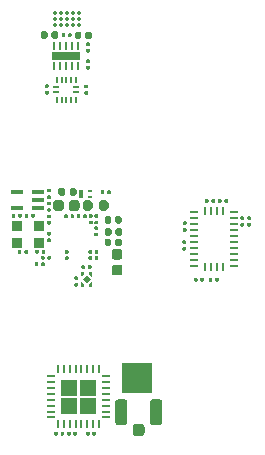
<source format=gbr>
G04 #@! TF.GenerationSoftware,KiCad,Pcbnew,(5.1.6)-1*
G04 #@! TF.CreationDate,2021-01-05T14:36:29-08:00*
G04 #@! TF.ProjectId,Miniscope-v4-Rigid-Flex,4d696e69-7363-46f7-9065-2d76342d5269,rev?*
G04 #@! TF.SameCoordinates,Original*
G04 #@! TF.FileFunction,Paste,Top*
G04 #@! TF.FilePolarity,Positive*
%FSLAX46Y46*%
G04 Gerber Fmt 4.6, Leading zero omitted, Abs format (unit mm)*
G04 Created by KiCad (PCBNEW (5.1.6)-1) date 2021-01-05 14:36:29*
%MOMM*%
%LPD*%
G01*
G04 APERTURE LIST*
%ADD10R,0.400000X0.700000*%
%ADD11R,0.400000X0.250000*%
%ADD12C,0.100000*%
%ADD13R,2.500000X2.500000*%
%ADD14R,0.680000X0.260000*%
%ADD15R,0.260000X0.680000*%
%ADD16R,1.350000X1.350000*%
%ADD17R,0.254000X0.675000*%
%ADD18R,0.675000X0.254000*%
%ADD19R,0.990000X0.340000*%
%ADD20R,0.880000X0.830000*%
%ADD21R,0.610000X0.220000*%
%ADD22R,0.220000X0.610000*%
%ADD23R,0.270000X0.640000*%
%ADD24R,2.390000X0.640000*%
%ADD25C,0.350000*%
G04 APERTURE END LIST*
D10*
X104986600Y-109767000D03*
D11*
X105686600Y-109542000D03*
X105686600Y-109992000D03*
D12*
G36*
X105631600Y-117442600D02*
G01*
X105811600Y-117262600D01*
X105881600Y-117262600D01*
X105881600Y-117662600D01*
X105631600Y-117662600D01*
X105631600Y-117442600D01*
G37*
G36*
X105231600Y-116582600D02*
G01*
X105051600Y-116762600D01*
X104981600Y-116762600D01*
X104981600Y-116362600D01*
X105231600Y-116362600D01*
X105231600Y-116582600D01*
G37*
G36*
X104981600Y-117262600D02*
G01*
X105051600Y-117262600D01*
X105231600Y-117442600D01*
X105231600Y-117662600D01*
X104981600Y-117662600D01*
X104981600Y-117262600D01*
G37*
G36*
X105881600Y-116832600D02*
G01*
X105631600Y-116582600D01*
X105631600Y-116362600D01*
X105881600Y-116362600D01*
X105881600Y-116832600D01*
G37*
G36*
X105431600Y-116673189D02*
G01*
X105771011Y-117012600D01*
X105431600Y-117352011D01*
X105092189Y-117012600D01*
X105431600Y-116673189D01*
G37*
G36*
G01*
X105836200Y-115878700D02*
X105836200Y-116063700D01*
G75*
G02*
X105758700Y-116141200I-77500J0D01*
G01*
X105603700Y-116141200D01*
G75*
G02*
X105526200Y-116063700I0J77500D01*
G01*
X105526200Y-115878700D01*
G75*
G02*
X105603700Y-115801200I77500J0D01*
G01*
X105758700Y-115801200D01*
G75*
G02*
X105836200Y-115878700I0J-77500D01*
G01*
G37*
G36*
G01*
X105286200Y-115878700D02*
X105286200Y-116063700D01*
G75*
G02*
X105208700Y-116141200I-77500J0D01*
G01*
X105053700Y-116141200D01*
G75*
G02*
X104976200Y-116063700I0J77500D01*
G01*
X104976200Y-115878700D01*
G75*
G02*
X105053700Y-115801200I77500J0D01*
G01*
X105208700Y-115801200D01*
G75*
G02*
X105286200Y-115878700I0J-77500D01*
G01*
G37*
G36*
G01*
X104635100Y-117070400D02*
X104450100Y-117070400D01*
G75*
G02*
X104372600Y-116992900I0J77500D01*
G01*
X104372600Y-116837900D01*
G75*
G02*
X104450100Y-116760400I77500J0D01*
G01*
X104635100Y-116760400D01*
G75*
G02*
X104712600Y-116837900I0J-77500D01*
G01*
X104712600Y-116992900D01*
G75*
G02*
X104635100Y-117070400I-77500J0D01*
G01*
G37*
G36*
G01*
X104635100Y-117620400D02*
X104450100Y-117620400D01*
G75*
G02*
X104372600Y-117542900I0J77500D01*
G01*
X104372600Y-117387900D01*
G75*
G02*
X104450100Y-117310400I77500J0D01*
G01*
X104635100Y-117310400D01*
G75*
G02*
X104712600Y-117387900I0J-77500D01*
G01*
X104712600Y-117542900D01*
G75*
G02*
X104635100Y-117620400I-77500J0D01*
G01*
G37*
G36*
G01*
X114811200Y-116945500D02*
X114811200Y-117130500D01*
G75*
G02*
X114733700Y-117208000I-77500J0D01*
G01*
X114578700Y-117208000D01*
G75*
G02*
X114501200Y-117130500I0J77500D01*
G01*
X114501200Y-116945500D01*
G75*
G02*
X114578700Y-116868000I77500J0D01*
G01*
X114733700Y-116868000D01*
G75*
G02*
X114811200Y-116945500I0J-77500D01*
G01*
G37*
G36*
G01*
X115361200Y-116945500D02*
X115361200Y-117130500D01*
G75*
G02*
X115283700Y-117208000I-77500J0D01*
G01*
X115128700Y-117208000D01*
G75*
G02*
X115051200Y-117130500I0J77500D01*
G01*
X115051200Y-116945500D01*
G75*
G02*
X115128700Y-116868000I77500J0D01*
G01*
X115283700Y-116868000D01*
G75*
G02*
X115361200Y-116945500I0J-77500D01*
G01*
G37*
G36*
G01*
X116295800Y-117130500D02*
X116295800Y-116945500D01*
G75*
G02*
X116373300Y-116868000I77500J0D01*
G01*
X116528300Y-116868000D01*
G75*
G02*
X116605800Y-116945500I0J-77500D01*
G01*
X116605800Y-117130500D01*
G75*
G02*
X116528300Y-117208000I-77500J0D01*
G01*
X116373300Y-117208000D01*
G75*
G02*
X116295800Y-117130500I0J77500D01*
G01*
G37*
G36*
G01*
X115745800Y-117130500D02*
X115745800Y-116945500D01*
G75*
G02*
X115823300Y-116868000I77500J0D01*
G01*
X115978300Y-116868000D01*
G75*
G02*
X116055800Y-116945500I0J-77500D01*
G01*
X116055800Y-117130500D01*
G75*
G02*
X115978300Y-117208000I-77500J0D01*
G01*
X115823300Y-117208000D01*
G75*
G02*
X115745800Y-117130500I0J77500D01*
G01*
G37*
G36*
G01*
X102668600Y-130149900D02*
X102668600Y-129964900D01*
G75*
G02*
X102746100Y-129887400I77500J0D01*
G01*
X102901100Y-129887400D01*
G75*
G02*
X102978600Y-129964900I0J-77500D01*
G01*
X102978600Y-130149900D01*
G75*
G02*
X102901100Y-130227400I-77500J0D01*
G01*
X102746100Y-130227400D01*
G75*
G02*
X102668600Y-130149900I0J77500D01*
G01*
G37*
G36*
G01*
X103218600Y-130149900D02*
X103218600Y-129964900D01*
G75*
G02*
X103296100Y-129887400I77500J0D01*
G01*
X103451100Y-129887400D01*
G75*
G02*
X103528600Y-129964900I0J-77500D01*
G01*
X103528600Y-130149900D01*
G75*
G02*
X103451100Y-130227400I-77500J0D01*
G01*
X103296100Y-130227400D01*
G75*
G02*
X103218600Y-130149900I0J77500D01*
G01*
G37*
D13*
X109677400Y-125386600D03*
D14*
X102401800Y-125198400D03*
X102401800Y-125698400D03*
X102401800Y-126198400D03*
X102401800Y-126698400D03*
X102401800Y-127198400D03*
X102401800Y-127698400D03*
X102401800Y-128198400D03*
X102401800Y-128698400D03*
D15*
X102986800Y-129283400D03*
X103486800Y-129283400D03*
X103986800Y-129283400D03*
X104486800Y-129283400D03*
X104986800Y-129283400D03*
X105486800Y-129283400D03*
X105986800Y-129283400D03*
X106486800Y-129283400D03*
D14*
X107071800Y-128698400D03*
X107071800Y-128198400D03*
X107071800Y-127698400D03*
X107071800Y-127198400D03*
X107071800Y-126698400D03*
X107071800Y-126198400D03*
X107071800Y-125698400D03*
X107071800Y-125198400D03*
D15*
X106486800Y-124613400D03*
X105986800Y-124613400D03*
X105486800Y-124613400D03*
X104986800Y-124613400D03*
X104486800Y-124613400D03*
X103986800Y-124613400D03*
X103486800Y-124613400D03*
X102986800Y-124613400D03*
D16*
X103961800Y-127723400D03*
X105511800Y-127723400D03*
X103961800Y-126173400D03*
X105511800Y-126173400D03*
G36*
G01*
X109329800Y-130034300D02*
X109329800Y-129484300D01*
G75*
G02*
X109579800Y-129234300I250000J0D01*
G01*
X110079800Y-129234300D01*
G75*
G02*
X110329800Y-129484300I0J-250000D01*
G01*
X110329800Y-130034300D01*
G75*
G02*
X110079800Y-130284300I-250000J0D01*
G01*
X109579800Y-130284300D01*
G75*
G02*
X109329800Y-130034300I0J250000D01*
G01*
G37*
G36*
G01*
X107829800Y-129094300D02*
X107829800Y-127419300D01*
G75*
G02*
X108092300Y-127156800I262500J0D01*
G01*
X108617300Y-127156800D01*
G75*
G02*
X108879800Y-127419300I0J-262500D01*
G01*
X108879800Y-129094300D01*
G75*
G02*
X108617300Y-129356800I-262500J0D01*
G01*
X108092300Y-129356800D01*
G75*
G02*
X107829800Y-129094300I0J262500D01*
G01*
G37*
G36*
G01*
X110779800Y-129094300D02*
X110779800Y-127419300D01*
G75*
G02*
X111042300Y-127156800I262500J0D01*
G01*
X111567300Y-127156800D01*
G75*
G02*
X111829800Y-127419300I0J-262500D01*
G01*
X111829800Y-129094300D01*
G75*
G02*
X111567300Y-129356800I-262500J0D01*
G01*
X111042300Y-129356800D01*
G75*
G02*
X110779800Y-129094300I0J262500D01*
G01*
G37*
G36*
G01*
X117393200Y-110281300D02*
X117393200Y-110466300D01*
G75*
G02*
X117315700Y-110543800I-77500J0D01*
G01*
X117160700Y-110543800D01*
G75*
G02*
X117083200Y-110466300I0J77500D01*
G01*
X117083200Y-110281300D01*
G75*
G02*
X117160700Y-110203800I77500J0D01*
G01*
X117315700Y-110203800D01*
G75*
G02*
X117393200Y-110281300I0J-77500D01*
G01*
G37*
G36*
G01*
X116843200Y-110281300D02*
X116843200Y-110466300D01*
G75*
G02*
X116765700Y-110543800I-77500J0D01*
G01*
X116610700Y-110543800D01*
G75*
G02*
X116533200Y-110466300I0J77500D01*
G01*
X116533200Y-110281300D01*
G75*
G02*
X116610700Y-110203800I77500J0D01*
G01*
X116765700Y-110203800D01*
G75*
G02*
X116843200Y-110281300I0J-77500D01*
G01*
G37*
G36*
G01*
X118506700Y-111673800D02*
X118691700Y-111673800D01*
G75*
G02*
X118769200Y-111751300I0J-77500D01*
G01*
X118769200Y-111906300D01*
G75*
G02*
X118691700Y-111983800I-77500J0D01*
G01*
X118506700Y-111983800D01*
G75*
G02*
X118429200Y-111906300I0J77500D01*
G01*
X118429200Y-111751300D01*
G75*
G02*
X118506700Y-111673800I77500J0D01*
G01*
G37*
G36*
G01*
X118506700Y-112223800D02*
X118691700Y-112223800D01*
G75*
G02*
X118769200Y-112301300I0J-77500D01*
G01*
X118769200Y-112456300D01*
G75*
G02*
X118691700Y-112533800I-77500J0D01*
G01*
X118506700Y-112533800D01*
G75*
G02*
X118429200Y-112456300I0J77500D01*
G01*
X118429200Y-112301300D01*
G75*
G02*
X118506700Y-112223800I77500J0D01*
G01*
G37*
G36*
G01*
X119090900Y-111673800D02*
X119275900Y-111673800D01*
G75*
G02*
X119353400Y-111751300I0J-77500D01*
G01*
X119353400Y-111906300D01*
G75*
G02*
X119275900Y-111983800I-77500J0D01*
G01*
X119090900Y-111983800D01*
G75*
G02*
X119013400Y-111906300I0J77500D01*
G01*
X119013400Y-111751300D01*
G75*
G02*
X119090900Y-111673800I77500J0D01*
G01*
G37*
G36*
G01*
X119090900Y-112223800D02*
X119275900Y-112223800D01*
G75*
G02*
X119353400Y-112301300I0J-77500D01*
G01*
X119353400Y-112456300D01*
G75*
G02*
X119275900Y-112533800I-77500J0D01*
G01*
X119090900Y-112533800D01*
G75*
G02*
X119013400Y-112456300I0J77500D01*
G01*
X119013400Y-112301300D01*
G75*
G02*
X119090900Y-112223800I77500J0D01*
G01*
G37*
G36*
G01*
X116301000Y-110281300D02*
X116301000Y-110466300D01*
G75*
G02*
X116223500Y-110543800I-77500J0D01*
G01*
X116068500Y-110543800D01*
G75*
G02*
X115991000Y-110466300I0J77500D01*
G01*
X115991000Y-110281300D01*
G75*
G02*
X116068500Y-110203800I77500J0D01*
G01*
X116223500Y-110203800D01*
G75*
G02*
X116301000Y-110281300I0J-77500D01*
G01*
G37*
G36*
G01*
X115751000Y-110281300D02*
X115751000Y-110466300D01*
G75*
G02*
X115673500Y-110543800I-77500J0D01*
G01*
X115518500Y-110543800D01*
G75*
G02*
X115441000Y-110466300I0J77500D01*
G01*
X115441000Y-110281300D01*
G75*
G02*
X115518500Y-110203800I77500J0D01*
G01*
X115673500Y-110203800D01*
G75*
G02*
X115751000Y-110281300I0J-77500D01*
G01*
G37*
G36*
G01*
X113779100Y-114565800D02*
X113594100Y-114565800D01*
G75*
G02*
X113516600Y-114488300I0J77500D01*
G01*
X113516600Y-114333300D01*
G75*
G02*
X113594100Y-114255800I77500J0D01*
G01*
X113779100Y-114255800D01*
G75*
G02*
X113856600Y-114333300I0J-77500D01*
G01*
X113856600Y-114488300D01*
G75*
G02*
X113779100Y-114565800I-77500J0D01*
G01*
G37*
G36*
G01*
X113779100Y-114015800D02*
X113594100Y-114015800D01*
G75*
G02*
X113516600Y-113938300I0J77500D01*
G01*
X113516600Y-113783300D01*
G75*
G02*
X113594100Y-113705800I77500J0D01*
G01*
X113779100Y-113705800D01*
G75*
G02*
X113856600Y-113783300I0J-77500D01*
G01*
X113856600Y-113938300D01*
G75*
G02*
X113779100Y-114015800I-77500J0D01*
G01*
G37*
G36*
G01*
X113629900Y-112105600D02*
X113814900Y-112105600D01*
G75*
G02*
X113892400Y-112183100I0J-77500D01*
G01*
X113892400Y-112338100D01*
G75*
G02*
X113814900Y-112415600I-77500J0D01*
G01*
X113629900Y-112415600D01*
G75*
G02*
X113552400Y-112338100I0J77500D01*
G01*
X113552400Y-112183100D01*
G75*
G02*
X113629900Y-112105600I77500J0D01*
G01*
G37*
G36*
G01*
X113629900Y-112655600D02*
X113814900Y-112655600D01*
G75*
G02*
X113892400Y-112733100I0J-77500D01*
G01*
X113892400Y-112888100D01*
G75*
G02*
X113814900Y-112965600I-77500J0D01*
G01*
X113629900Y-112965600D01*
G75*
G02*
X113552400Y-112888100I0J77500D01*
G01*
X113552400Y-112733100D01*
G75*
G02*
X113629900Y-112655600I77500J0D01*
G01*
G37*
D17*
X115450200Y-115976100D03*
X115950200Y-115976100D03*
X116450200Y-115976100D03*
D18*
X114537700Y-115838600D03*
X114537700Y-115338600D03*
X114537700Y-114838600D03*
X114537700Y-114338600D03*
X114537700Y-113838600D03*
X114537700Y-113338600D03*
X114537700Y-112838600D03*
X114537700Y-112338600D03*
X114537700Y-111838600D03*
X117862700Y-115838600D03*
X117862700Y-115338600D03*
X117862700Y-114838600D03*
X117862700Y-114338600D03*
X117862700Y-113838600D03*
X117862700Y-113338600D03*
X117862700Y-112838600D03*
X117862700Y-112338600D03*
X117862700Y-111838600D03*
D17*
X115450200Y-111201100D03*
X115950200Y-111201100D03*
X116450200Y-111201100D03*
D18*
X117862700Y-111338600D03*
D17*
X116950200Y-111201100D03*
D18*
X114537700Y-111338600D03*
D17*
X116950200Y-115976100D03*
G36*
G01*
X105567000Y-114787100D02*
X105567000Y-114602100D01*
G75*
G02*
X105644500Y-114524600I77500J0D01*
G01*
X105799500Y-114524600D01*
G75*
G02*
X105877000Y-114602100I0J-77500D01*
G01*
X105877000Y-114787100D01*
G75*
G02*
X105799500Y-114864600I-77500J0D01*
G01*
X105644500Y-114864600D01*
G75*
G02*
X105567000Y-114787100I0J77500D01*
G01*
G37*
G36*
G01*
X106117000Y-114787100D02*
X106117000Y-114602100D01*
G75*
G02*
X106194500Y-114524600I77500J0D01*
G01*
X106349500Y-114524600D01*
G75*
G02*
X106427000Y-114602100I0J-77500D01*
G01*
X106427000Y-114787100D01*
G75*
G02*
X106349500Y-114864600I-77500J0D01*
G01*
X106194500Y-114864600D01*
G75*
G02*
X106117000Y-114787100I0J77500D01*
G01*
G37*
G36*
G01*
X106133100Y-112512000D02*
X106318100Y-112512000D01*
G75*
G02*
X106395600Y-112589500I0J-77500D01*
G01*
X106395600Y-112744500D01*
G75*
G02*
X106318100Y-112822000I-77500J0D01*
G01*
X106133100Y-112822000D01*
G75*
G02*
X106055600Y-112744500I0J77500D01*
G01*
X106055600Y-112589500D01*
G75*
G02*
X106133100Y-112512000I77500J0D01*
G01*
G37*
G36*
G01*
X106133100Y-113062000D02*
X106318100Y-113062000D01*
G75*
G02*
X106395600Y-113139500I0J-77500D01*
G01*
X106395600Y-113294500D01*
G75*
G02*
X106318100Y-113372000I-77500J0D01*
G01*
X106133100Y-113372000D01*
G75*
G02*
X106055600Y-113294500I0J77500D01*
G01*
X106055600Y-113139500D01*
G75*
G02*
X106133100Y-113062000I77500J0D01*
G01*
G37*
G36*
G01*
X105675900Y-111496000D02*
X105860900Y-111496000D01*
G75*
G02*
X105938400Y-111573500I0J-77500D01*
G01*
X105938400Y-111728500D01*
G75*
G02*
X105860900Y-111806000I-77500J0D01*
G01*
X105675900Y-111806000D01*
G75*
G02*
X105598400Y-111728500I0J77500D01*
G01*
X105598400Y-111573500D01*
G75*
G02*
X105675900Y-111496000I77500J0D01*
G01*
G37*
G36*
G01*
X105675900Y-112046000D02*
X105860900Y-112046000D01*
G75*
G02*
X105938400Y-112123500I0J-77500D01*
G01*
X105938400Y-112278500D01*
G75*
G02*
X105860900Y-112356000I-77500J0D01*
G01*
X105675900Y-112356000D01*
G75*
G02*
X105598400Y-112278500I0J77500D01*
G01*
X105598400Y-112123500D01*
G75*
G02*
X105675900Y-112046000I77500J0D01*
G01*
G37*
G36*
G01*
X106938400Y-112146800D02*
X106938400Y-111806800D01*
G75*
G02*
X107083400Y-111661800I145000J0D01*
G01*
X107373400Y-111661800D01*
G75*
G02*
X107518400Y-111806800I0J-145000D01*
G01*
X107518400Y-112146800D01*
G75*
G02*
X107373400Y-112291800I-145000J0D01*
G01*
X107083400Y-112291800D01*
G75*
G02*
X106938400Y-112146800I0J145000D01*
G01*
G37*
G36*
G01*
X107828400Y-112146800D02*
X107828400Y-111806800D01*
G75*
G02*
X107973400Y-111661800I145000J0D01*
G01*
X108263400Y-111661800D01*
G75*
G02*
X108408400Y-111806800I0J-145000D01*
G01*
X108408400Y-112146800D01*
G75*
G02*
X108263400Y-112291800I-145000J0D01*
G01*
X107973400Y-112291800D01*
G75*
G02*
X107828400Y-112146800I0J145000D01*
G01*
G37*
G36*
G01*
X101020400Y-115828500D02*
X101020400Y-115643500D01*
G75*
G02*
X101097900Y-115566000I77500J0D01*
G01*
X101252900Y-115566000D01*
G75*
G02*
X101330400Y-115643500I0J-77500D01*
G01*
X101330400Y-115828500D01*
G75*
G02*
X101252900Y-115906000I-77500J0D01*
G01*
X101097900Y-115906000D01*
G75*
G02*
X101020400Y-115828500I0J77500D01*
G01*
G37*
G36*
G01*
X101570400Y-115828500D02*
X101570400Y-115643500D01*
G75*
G02*
X101647900Y-115566000I77500J0D01*
G01*
X101802900Y-115566000D01*
G75*
G02*
X101880400Y-115643500I0J-77500D01*
G01*
X101880400Y-115828500D01*
G75*
G02*
X101802900Y-115906000I-77500J0D01*
G01*
X101647900Y-115906000D01*
G75*
G02*
X101570400Y-115828500I0J77500D01*
G01*
G37*
D19*
X99499000Y-110950400D03*
X99499000Y-109650400D03*
X101319000Y-109650400D03*
X101319000Y-110300400D03*
X101319000Y-110950400D03*
G36*
G01*
X103509600Y-111764500D02*
X103509600Y-111579500D01*
G75*
G02*
X103587100Y-111502000I77500J0D01*
G01*
X103742100Y-111502000D01*
G75*
G02*
X103819600Y-111579500I0J-77500D01*
G01*
X103819600Y-111764500D01*
G75*
G02*
X103742100Y-111842000I-77500J0D01*
G01*
X103587100Y-111842000D01*
G75*
G02*
X103509600Y-111764500I0J77500D01*
G01*
G37*
G36*
G01*
X104059600Y-111764500D02*
X104059600Y-111579500D01*
G75*
G02*
X104137100Y-111502000I77500J0D01*
G01*
X104292100Y-111502000D01*
G75*
G02*
X104369600Y-111579500I0J-77500D01*
G01*
X104369600Y-111764500D01*
G75*
G02*
X104292100Y-111842000I-77500J0D01*
G01*
X104137100Y-111842000D01*
G75*
G02*
X104059600Y-111764500I0J77500D01*
G01*
G37*
G36*
G01*
X102145300Y-112994600D02*
X102330300Y-112994600D01*
G75*
G02*
X102407800Y-113072100I0J-77500D01*
G01*
X102407800Y-113227100D01*
G75*
G02*
X102330300Y-113304600I-77500J0D01*
G01*
X102145300Y-113304600D01*
G75*
G02*
X102067800Y-113227100I0J77500D01*
G01*
X102067800Y-113072100D01*
G75*
G02*
X102145300Y-112994600I77500J0D01*
G01*
G37*
G36*
G01*
X102145300Y-113544600D02*
X102330300Y-113544600D01*
G75*
G02*
X102407800Y-113622100I0J-77500D01*
G01*
X102407800Y-113777100D01*
G75*
G02*
X102330300Y-113854600I-77500J0D01*
G01*
X102145300Y-113854600D01*
G75*
G02*
X102067800Y-113777100I0J77500D01*
G01*
X102067800Y-113622100D01*
G75*
G02*
X102145300Y-113544600I77500J0D01*
G01*
G37*
G36*
G01*
X103643900Y-114518600D02*
X103828900Y-114518600D01*
G75*
G02*
X103906400Y-114596100I0J-77500D01*
G01*
X103906400Y-114751100D01*
G75*
G02*
X103828900Y-114828600I-77500J0D01*
G01*
X103643900Y-114828600D01*
G75*
G02*
X103566400Y-114751100I0J77500D01*
G01*
X103566400Y-114596100D01*
G75*
G02*
X103643900Y-114518600I77500J0D01*
G01*
G37*
G36*
G01*
X103643900Y-115068600D02*
X103828900Y-115068600D01*
G75*
G02*
X103906400Y-115146100I0J-77500D01*
G01*
X103906400Y-115301100D01*
G75*
G02*
X103828900Y-115378600I-77500J0D01*
G01*
X103643900Y-115378600D01*
G75*
G02*
X103566400Y-115301100I0J77500D01*
G01*
X103566400Y-115146100D01*
G75*
G02*
X103643900Y-115068600I77500J0D01*
G01*
G37*
G36*
G01*
X106158500Y-111496000D02*
X106343500Y-111496000D01*
G75*
G02*
X106421000Y-111573500I0J-77500D01*
G01*
X106421000Y-111728500D01*
G75*
G02*
X106343500Y-111806000I-77500J0D01*
G01*
X106158500Y-111806000D01*
G75*
G02*
X106081000Y-111728500I0J77500D01*
G01*
X106081000Y-111573500D01*
G75*
G02*
X106158500Y-111496000I77500J0D01*
G01*
G37*
G36*
G01*
X106158500Y-112046000D02*
X106343500Y-112046000D01*
G75*
G02*
X106421000Y-112123500I0J-77500D01*
G01*
X106421000Y-112278500D01*
G75*
G02*
X106343500Y-112356000I-77500J0D01*
G01*
X106158500Y-112356000D01*
G75*
G02*
X106081000Y-112278500I0J77500D01*
G01*
X106081000Y-112123500D01*
G75*
G02*
X106158500Y-112046000I77500J0D01*
G01*
G37*
G36*
G01*
X102145300Y-109337000D02*
X102330300Y-109337000D01*
G75*
G02*
X102407800Y-109414500I0J-77500D01*
G01*
X102407800Y-109569500D01*
G75*
G02*
X102330300Y-109647000I-77500J0D01*
G01*
X102145300Y-109647000D01*
G75*
G02*
X102067800Y-109569500I0J77500D01*
G01*
X102067800Y-109414500D01*
G75*
G02*
X102145300Y-109337000I77500J0D01*
G01*
G37*
G36*
G01*
X102145300Y-109887000D02*
X102330300Y-109887000D01*
G75*
G02*
X102407800Y-109964500I0J-77500D01*
G01*
X102407800Y-110119500D01*
G75*
G02*
X102330300Y-110197000I-77500J0D01*
G01*
X102145300Y-110197000D01*
G75*
G02*
X102067800Y-110119500I0J77500D01*
G01*
X102067800Y-109964500D01*
G75*
G02*
X102145300Y-109887000I77500J0D01*
G01*
G37*
G36*
G01*
X102330300Y-112381400D02*
X102145300Y-112381400D01*
G75*
G02*
X102067800Y-112303900I0J77500D01*
G01*
X102067800Y-112148900D01*
G75*
G02*
X102145300Y-112071400I77500J0D01*
G01*
X102330300Y-112071400D01*
G75*
G02*
X102407800Y-112148900I0J-77500D01*
G01*
X102407800Y-112303900D01*
G75*
G02*
X102330300Y-112381400I-77500J0D01*
G01*
G37*
G36*
G01*
X102330300Y-111831400D02*
X102145300Y-111831400D01*
G75*
G02*
X102067800Y-111753900I0J77500D01*
G01*
X102067800Y-111598900D01*
G75*
G02*
X102145300Y-111521400I77500J0D01*
G01*
X102330300Y-111521400D01*
G75*
G02*
X102407800Y-111598900I0J-77500D01*
G01*
X102407800Y-111753900D01*
G75*
G02*
X102330300Y-111831400I-77500J0D01*
G01*
G37*
G36*
G01*
X101553800Y-115269700D02*
X101553800Y-115084700D01*
G75*
G02*
X101631300Y-115007200I77500J0D01*
G01*
X101786300Y-115007200D01*
G75*
G02*
X101863800Y-115084700I0J-77500D01*
G01*
X101863800Y-115269700D01*
G75*
G02*
X101786300Y-115347200I-77500J0D01*
G01*
X101631300Y-115347200D01*
G75*
G02*
X101553800Y-115269700I0J77500D01*
G01*
G37*
G36*
G01*
X102103800Y-115269700D02*
X102103800Y-115084700D01*
G75*
G02*
X102181300Y-115007200I77500J0D01*
G01*
X102336300Y-115007200D01*
G75*
G02*
X102413800Y-115084700I0J-77500D01*
G01*
X102413800Y-115269700D01*
G75*
G02*
X102336300Y-115347200I-77500J0D01*
G01*
X102181300Y-115347200D01*
G75*
G02*
X102103800Y-115269700I0J77500D01*
G01*
G37*
G36*
G01*
X102330300Y-111289200D02*
X102145300Y-111289200D01*
G75*
G02*
X102067800Y-111211700I0J77500D01*
G01*
X102067800Y-111056700D01*
G75*
G02*
X102145300Y-110979200I77500J0D01*
G01*
X102330300Y-110979200D01*
G75*
G02*
X102407800Y-111056700I0J-77500D01*
G01*
X102407800Y-111211700D01*
G75*
G02*
X102330300Y-111289200I-77500J0D01*
G01*
G37*
G36*
G01*
X102330300Y-110739200D02*
X102145300Y-110739200D01*
G75*
G02*
X102067800Y-110661700I0J77500D01*
G01*
X102067800Y-110506700D01*
G75*
G02*
X102145300Y-110429200I77500J0D01*
G01*
X102330300Y-110429200D01*
G75*
G02*
X102407800Y-110506700I0J-77500D01*
G01*
X102407800Y-110661700D01*
G75*
G02*
X102330300Y-110739200I-77500J0D01*
G01*
G37*
G36*
G01*
X105567000Y-115295100D02*
X105567000Y-115110100D01*
G75*
G02*
X105644500Y-115032600I77500J0D01*
G01*
X105799500Y-115032600D01*
G75*
G02*
X105877000Y-115110100I0J-77500D01*
G01*
X105877000Y-115295100D01*
G75*
G02*
X105799500Y-115372600I-77500J0D01*
G01*
X105644500Y-115372600D01*
G75*
G02*
X105567000Y-115295100I0J77500D01*
G01*
G37*
G36*
G01*
X106117000Y-115295100D02*
X106117000Y-115110100D01*
G75*
G02*
X106194500Y-115032600I77500J0D01*
G01*
X106349500Y-115032600D01*
G75*
G02*
X106427000Y-115110100I0J-77500D01*
G01*
X106427000Y-115295100D01*
G75*
G02*
X106349500Y-115372600I-77500J0D01*
G01*
X106194500Y-115372600D01*
G75*
G02*
X106117000Y-115295100I0J77500D01*
G01*
G37*
G36*
G01*
X100182200Y-111713700D02*
X100182200Y-111528700D01*
G75*
G02*
X100259700Y-111451200I77500J0D01*
G01*
X100414700Y-111451200D01*
G75*
G02*
X100492200Y-111528700I0J-77500D01*
G01*
X100492200Y-111713700D01*
G75*
G02*
X100414700Y-111791200I-77500J0D01*
G01*
X100259700Y-111791200D01*
G75*
G02*
X100182200Y-111713700I0J77500D01*
G01*
G37*
G36*
G01*
X100732200Y-111713700D02*
X100732200Y-111528700D01*
G75*
G02*
X100809700Y-111451200I77500J0D01*
G01*
X100964700Y-111451200D01*
G75*
G02*
X101042200Y-111528700I0J-77500D01*
G01*
X101042200Y-111713700D01*
G75*
G02*
X100964700Y-111791200I-77500J0D01*
G01*
X100809700Y-111791200D01*
G75*
G02*
X100732200Y-111713700I0J77500D01*
G01*
G37*
G36*
G01*
X105436400Y-111579500D02*
X105436400Y-111764500D01*
G75*
G02*
X105358900Y-111842000I-77500J0D01*
G01*
X105203900Y-111842000D01*
G75*
G02*
X105126400Y-111764500I0J77500D01*
G01*
X105126400Y-111579500D01*
G75*
G02*
X105203900Y-111502000I77500J0D01*
G01*
X105358900Y-111502000D01*
G75*
G02*
X105436400Y-111579500I0J-77500D01*
G01*
G37*
G36*
G01*
X104886400Y-111579500D02*
X104886400Y-111764500D01*
G75*
G02*
X104808900Y-111842000I-77500J0D01*
G01*
X104653900Y-111842000D01*
G75*
G02*
X104576400Y-111764500I0J77500D01*
G01*
X104576400Y-111579500D01*
G75*
G02*
X104653900Y-111502000I77500J0D01*
G01*
X104808900Y-111502000D01*
G75*
G02*
X104886400Y-111579500I0J-77500D01*
G01*
G37*
G36*
G01*
X107828400Y-114051800D02*
X107828400Y-113711800D01*
G75*
G02*
X107973400Y-113566800I145000J0D01*
G01*
X108263400Y-113566800D01*
G75*
G02*
X108408400Y-113711800I0J-145000D01*
G01*
X108408400Y-114051800D01*
G75*
G02*
X108263400Y-114196800I-145000J0D01*
G01*
X107973400Y-114196800D01*
G75*
G02*
X107828400Y-114051800I0J145000D01*
G01*
G37*
G36*
G01*
X106938400Y-114051800D02*
X106938400Y-113711800D01*
G75*
G02*
X107083400Y-113566800I145000J0D01*
G01*
X107373400Y-113566800D01*
G75*
G02*
X107518400Y-113711800I0J-145000D01*
G01*
X107518400Y-114051800D01*
G75*
G02*
X107373400Y-114196800I-145000J0D01*
G01*
X107083400Y-114196800D01*
G75*
G02*
X106938400Y-114051800I0J145000D01*
G01*
G37*
G36*
G01*
X101066800Y-114761700D02*
X101066800Y-114576700D01*
G75*
G02*
X101144300Y-114499200I77500J0D01*
G01*
X101299300Y-114499200D01*
G75*
G02*
X101376800Y-114576700I0J-77500D01*
G01*
X101376800Y-114761700D01*
G75*
G02*
X101299300Y-114839200I-77500J0D01*
G01*
X101144300Y-114839200D01*
G75*
G02*
X101066800Y-114761700I0J77500D01*
G01*
G37*
G36*
G01*
X101616800Y-114761700D02*
X101616800Y-114576700D01*
G75*
G02*
X101694300Y-114499200I77500J0D01*
G01*
X101849300Y-114499200D01*
G75*
G02*
X101926800Y-114576700I0J-77500D01*
G01*
X101926800Y-114761700D01*
G75*
G02*
X101849300Y-114839200I-77500J0D01*
G01*
X101694300Y-114839200D01*
G75*
G02*
X101616800Y-114761700I0J77500D01*
G01*
G37*
D20*
X99489400Y-113890600D03*
X101379400Y-113890600D03*
X101379400Y-112450600D03*
X99489400Y-112450600D03*
G36*
G01*
X106608400Y-109732500D02*
X106608400Y-109547500D01*
G75*
G02*
X106685900Y-109470000I77500J0D01*
G01*
X106840900Y-109470000D01*
G75*
G02*
X106918400Y-109547500I0J-77500D01*
G01*
X106918400Y-109732500D01*
G75*
G02*
X106840900Y-109810000I-77500J0D01*
G01*
X106685900Y-109810000D01*
G75*
G02*
X106608400Y-109732500I0J77500D01*
G01*
G37*
G36*
G01*
X107158400Y-109732500D02*
X107158400Y-109547500D01*
G75*
G02*
X107235900Y-109470000I77500J0D01*
G01*
X107390900Y-109470000D01*
G75*
G02*
X107468400Y-109547500I0J-77500D01*
G01*
X107468400Y-109732500D01*
G75*
G02*
X107390900Y-109810000I-77500J0D01*
G01*
X107235900Y-109810000D01*
G75*
G02*
X107158400Y-109732500I0J77500D01*
G01*
G37*
G36*
G01*
X103760800Y-130149900D02*
X103760800Y-129964900D01*
G75*
G02*
X103838300Y-129887400I77500J0D01*
G01*
X103993300Y-129887400D01*
G75*
G02*
X104070800Y-129964900I0J-77500D01*
G01*
X104070800Y-130149900D01*
G75*
G02*
X103993300Y-130227400I-77500J0D01*
G01*
X103838300Y-130227400D01*
G75*
G02*
X103760800Y-130149900I0J77500D01*
G01*
G37*
G36*
G01*
X104310800Y-130149900D02*
X104310800Y-129964900D01*
G75*
G02*
X104388300Y-129887400I77500J0D01*
G01*
X104543300Y-129887400D01*
G75*
G02*
X104620800Y-129964900I0J-77500D01*
G01*
X104620800Y-130149900D01*
G75*
G02*
X104543300Y-130227400I-77500J0D01*
G01*
X104388300Y-130227400D01*
G75*
G02*
X104310800Y-130149900I0J77500D01*
G01*
G37*
G36*
G01*
X106217200Y-129967700D02*
X106217200Y-130152700D01*
G75*
G02*
X106139700Y-130230200I-77500J0D01*
G01*
X105984700Y-130230200D01*
G75*
G02*
X105907200Y-130152700I0J77500D01*
G01*
X105907200Y-129967700D01*
G75*
G02*
X105984700Y-129890200I77500J0D01*
G01*
X106139700Y-129890200D01*
G75*
G02*
X106217200Y-129967700I0J-77500D01*
G01*
G37*
G36*
G01*
X105667200Y-129967700D02*
X105667200Y-130152700D01*
G75*
G02*
X105589700Y-130230200I-77500J0D01*
G01*
X105434700Y-130230200D01*
G75*
G02*
X105357200Y-130152700I0J77500D01*
G01*
X105357200Y-129967700D01*
G75*
G02*
X105434700Y-129890200I77500J0D01*
G01*
X105589700Y-129890200D01*
G75*
G02*
X105667200Y-129967700I0J-77500D01*
G01*
G37*
G36*
G01*
X99614600Y-111713700D02*
X99614600Y-111528700D01*
G75*
G02*
X99692100Y-111451200I77500J0D01*
G01*
X99847100Y-111451200D01*
G75*
G02*
X99924600Y-111528700I0J-77500D01*
G01*
X99924600Y-111713700D01*
G75*
G02*
X99847100Y-111791200I-77500J0D01*
G01*
X99692100Y-111791200D01*
G75*
G02*
X99614600Y-111713700I0J77500D01*
G01*
G37*
G36*
G01*
X99064600Y-111713700D02*
X99064600Y-111528700D01*
G75*
G02*
X99142100Y-111451200I77500J0D01*
G01*
X99297100Y-111451200D01*
G75*
G02*
X99374600Y-111528700I0J-77500D01*
G01*
X99374600Y-111713700D01*
G75*
G02*
X99297100Y-111791200I-77500J0D01*
G01*
X99142100Y-111791200D01*
G75*
G02*
X99064600Y-111713700I0J77500D01*
G01*
G37*
G36*
G01*
X102601000Y-110995100D02*
X102601000Y-110520100D01*
G75*
G02*
X102823500Y-110297600I222500J0D01*
G01*
X103268500Y-110297600D01*
G75*
G02*
X103491000Y-110520100I0J-222500D01*
G01*
X103491000Y-110995100D01*
G75*
G02*
X103268500Y-111217600I-222500J0D01*
G01*
X102823500Y-111217600D01*
G75*
G02*
X102601000Y-110995100I0J222500D01*
G01*
G37*
G36*
G01*
X103931000Y-110995100D02*
X103931000Y-110520100D01*
G75*
G02*
X104153500Y-110297600I222500J0D01*
G01*
X104598500Y-110297600D01*
G75*
G02*
X104821000Y-110520100I0J-222500D01*
G01*
X104821000Y-110995100D01*
G75*
G02*
X104598500Y-111217600I-222500J0D01*
G01*
X104153500Y-111217600D01*
G75*
G02*
X103931000Y-110995100I0J222500D01*
G01*
G37*
G36*
G01*
X108234500Y-115333600D02*
X107759500Y-115333600D01*
G75*
G02*
X107537000Y-115111100I0J222500D01*
G01*
X107537000Y-114666100D01*
G75*
G02*
X107759500Y-114443600I222500J0D01*
G01*
X108234500Y-114443600D01*
G75*
G02*
X108457000Y-114666100I0J-222500D01*
G01*
X108457000Y-115111100D01*
G75*
G02*
X108234500Y-115333600I-222500J0D01*
G01*
G37*
G36*
G01*
X108234500Y-116663600D02*
X107759500Y-116663600D01*
G75*
G02*
X107537000Y-116441100I0J222500D01*
G01*
X107537000Y-115996100D01*
G75*
G02*
X107759500Y-115773600I222500J0D01*
G01*
X108234500Y-115773600D01*
G75*
G02*
X108457000Y-115996100I0J-222500D01*
G01*
X108457000Y-116441100D01*
G75*
G02*
X108234500Y-116663600I-222500J0D01*
G01*
G37*
G36*
G01*
X106475200Y-110990100D02*
X106475200Y-110525100D01*
G75*
G02*
X106677700Y-110322600I202500J0D01*
G01*
X107082700Y-110322600D01*
G75*
G02*
X107285200Y-110525100I0J-202500D01*
G01*
X107285200Y-110990100D01*
G75*
G02*
X107082700Y-111192600I-202500J0D01*
G01*
X106677700Y-111192600D01*
G75*
G02*
X106475200Y-110990100I0J202500D01*
G01*
G37*
G36*
G01*
X105115200Y-110990100D02*
X105115200Y-110525100D01*
G75*
G02*
X105317700Y-110322600I202500J0D01*
G01*
X105722700Y-110322600D01*
G75*
G02*
X105925200Y-110525100I0J-202500D01*
G01*
X105925200Y-110990100D01*
G75*
G02*
X105722700Y-111192600I-202500J0D01*
G01*
X105317700Y-111192600D01*
G75*
G02*
X105115200Y-110990100I0J202500D01*
G01*
G37*
G36*
G01*
X106963800Y-113162800D02*
X106963800Y-112822800D01*
G75*
G02*
X107108800Y-112677800I145000J0D01*
G01*
X107398800Y-112677800D01*
G75*
G02*
X107543800Y-112822800I0J-145000D01*
G01*
X107543800Y-113162800D01*
G75*
G02*
X107398800Y-113307800I-145000J0D01*
G01*
X107108800Y-113307800D01*
G75*
G02*
X106963800Y-113162800I0J145000D01*
G01*
G37*
G36*
G01*
X107853800Y-113162800D02*
X107853800Y-112822800D01*
G75*
G02*
X107998800Y-112677800I145000J0D01*
G01*
X108288800Y-112677800D01*
G75*
G02*
X108433800Y-112822800I0J-145000D01*
G01*
X108433800Y-113162800D01*
G75*
G02*
X108288800Y-113307800I-145000J0D01*
G01*
X107998800Y-113307800D01*
G75*
G02*
X107853800Y-113162800I0J145000D01*
G01*
G37*
G36*
G01*
X99598000Y-114787100D02*
X99598000Y-114602100D01*
G75*
G02*
X99675500Y-114524600I77500J0D01*
G01*
X99830500Y-114524600D01*
G75*
G02*
X99908000Y-114602100I0J-77500D01*
G01*
X99908000Y-114787100D01*
G75*
G02*
X99830500Y-114864600I-77500J0D01*
G01*
X99675500Y-114864600D01*
G75*
G02*
X99598000Y-114787100I0J77500D01*
G01*
G37*
G36*
G01*
X100148000Y-114787100D02*
X100148000Y-114602100D01*
G75*
G02*
X100225500Y-114524600I77500J0D01*
G01*
X100380500Y-114524600D01*
G75*
G02*
X100458000Y-114602100I0J-77500D01*
G01*
X100458000Y-114787100D01*
G75*
G02*
X100380500Y-114864600I-77500J0D01*
G01*
X100225500Y-114864600D01*
G75*
G02*
X100148000Y-114787100I0J77500D01*
G01*
G37*
G36*
G01*
X104567200Y-109431300D02*
X104567200Y-109776300D01*
G75*
G02*
X104419700Y-109923800I-147500J0D01*
G01*
X104124700Y-109923800D01*
G75*
G02*
X103977200Y-109776300I0J147500D01*
G01*
X103977200Y-109431300D01*
G75*
G02*
X104124700Y-109283800I147500J0D01*
G01*
X104419700Y-109283800D01*
G75*
G02*
X104567200Y-109431300I0J-147500D01*
G01*
G37*
G36*
G01*
X103597200Y-109431300D02*
X103597200Y-109776300D01*
G75*
G02*
X103449700Y-109923800I-147500J0D01*
G01*
X103154700Y-109923800D01*
G75*
G02*
X103007200Y-109776300I0J147500D01*
G01*
X103007200Y-109431300D01*
G75*
G02*
X103154700Y-109283800I147500J0D01*
G01*
X103449700Y-109283800D01*
G75*
G02*
X103597200Y-109431300I0J-147500D01*
G01*
G37*
G36*
G01*
X102145900Y-101355000D02*
X101960900Y-101355000D01*
G75*
G02*
X101883400Y-101277500I0J77500D01*
G01*
X101883400Y-101122500D01*
G75*
G02*
X101960900Y-101045000I77500J0D01*
G01*
X102145900Y-101045000D01*
G75*
G02*
X102223400Y-101122500I0J-77500D01*
G01*
X102223400Y-101277500D01*
G75*
G02*
X102145900Y-101355000I-77500J0D01*
G01*
G37*
G36*
G01*
X102145900Y-100805000D02*
X101960900Y-100805000D01*
G75*
G02*
X101883400Y-100727500I0J77500D01*
G01*
X101883400Y-100572500D01*
G75*
G02*
X101960900Y-100495000I77500J0D01*
G01*
X102145900Y-100495000D01*
G75*
G02*
X102223400Y-100572500I0J-77500D01*
G01*
X102223400Y-100727500D01*
G75*
G02*
X102145900Y-100805000I-77500J0D01*
G01*
G37*
D21*
X104556000Y-100735800D03*
X104556000Y-101135800D03*
D22*
X104511000Y-101780800D03*
X104111000Y-101780800D03*
X103711000Y-101780800D03*
X103311000Y-101780800D03*
X102911000Y-101780800D03*
D21*
X102866000Y-101135800D03*
X102866000Y-100735800D03*
D22*
X102911000Y-100090800D03*
X103311000Y-100090800D03*
X103711000Y-100090800D03*
X104111000Y-100090800D03*
X104511000Y-100090800D03*
D23*
X104653600Y-97240200D03*
X104153600Y-97240200D03*
X103653600Y-97240200D03*
X103153600Y-97240200D03*
X102653600Y-97240200D03*
X102653600Y-98920200D03*
X103153600Y-98920200D03*
X103653600Y-98920200D03*
X104153600Y-98920200D03*
X104653600Y-98920200D03*
D24*
X103653600Y-98080200D03*
G36*
G01*
X105625700Y-99246800D02*
X105440700Y-99246800D01*
G75*
G02*
X105363200Y-99169300I0J77500D01*
G01*
X105363200Y-99014300D01*
G75*
G02*
X105440700Y-98936800I77500J0D01*
G01*
X105625700Y-98936800D01*
G75*
G02*
X105703200Y-99014300I0J-77500D01*
G01*
X105703200Y-99169300D01*
G75*
G02*
X105625700Y-99246800I-77500J0D01*
G01*
G37*
G36*
G01*
X105625700Y-98696800D02*
X105440700Y-98696800D01*
G75*
G02*
X105363200Y-98619300I0J77500D01*
G01*
X105363200Y-98464300D01*
G75*
G02*
X105440700Y-98386800I77500J0D01*
G01*
X105625700Y-98386800D01*
G75*
G02*
X105703200Y-98464300I0J-77500D01*
G01*
X105703200Y-98619300D01*
G75*
G02*
X105625700Y-98696800I-77500J0D01*
G01*
G37*
G36*
G01*
X105625700Y-97799000D02*
X105440700Y-97799000D01*
G75*
G02*
X105363200Y-97721500I0J77500D01*
G01*
X105363200Y-97566500D01*
G75*
G02*
X105440700Y-97489000I77500J0D01*
G01*
X105625700Y-97489000D01*
G75*
G02*
X105703200Y-97566500I0J-77500D01*
G01*
X105703200Y-97721500D01*
G75*
G02*
X105625700Y-97799000I-77500J0D01*
G01*
G37*
G36*
G01*
X105625700Y-97249000D02*
X105440700Y-97249000D01*
G75*
G02*
X105363200Y-97171500I0J77500D01*
G01*
X105363200Y-97016500D01*
G75*
G02*
X105440700Y-96939000I77500J0D01*
G01*
X105625700Y-96939000D01*
G75*
G02*
X105703200Y-97016500I0J-77500D01*
G01*
X105703200Y-97171500D01*
G75*
G02*
X105625700Y-97249000I-77500J0D01*
G01*
G37*
G36*
G01*
X105288300Y-100520400D02*
X105473300Y-100520400D01*
G75*
G02*
X105550800Y-100597900I0J-77500D01*
G01*
X105550800Y-100752900D01*
G75*
G02*
X105473300Y-100830400I-77500J0D01*
G01*
X105288300Y-100830400D01*
G75*
G02*
X105210800Y-100752900I0J77500D01*
G01*
X105210800Y-100597900D01*
G75*
G02*
X105288300Y-100520400I77500J0D01*
G01*
G37*
G36*
G01*
X105288300Y-101070400D02*
X105473300Y-101070400D01*
G75*
G02*
X105550800Y-101147900I0J-77500D01*
G01*
X105550800Y-101302900D01*
G75*
G02*
X105473300Y-101380400I-77500J0D01*
G01*
X105288300Y-101380400D01*
G75*
G02*
X105210800Y-101302900I0J77500D01*
G01*
X105210800Y-101147900D01*
G75*
G02*
X105288300Y-101070400I77500J0D01*
G01*
G37*
G36*
G01*
X104404000Y-96523000D02*
X104404000Y-96183000D01*
G75*
G02*
X104549000Y-96038000I145000J0D01*
G01*
X104839000Y-96038000D01*
G75*
G02*
X104984000Y-96183000I0J-145000D01*
G01*
X104984000Y-96523000D01*
G75*
G02*
X104839000Y-96668000I-145000J0D01*
G01*
X104549000Y-96668000D01*
G75*
G02*
X104404000Y-96523000I0J145000D01*
G01*
G37*
G36*
G01*
X105294000Y-96523000D02*
X105294000Y-96183000D01*
G75*
G02*
X105439000Y-96038000I145000J0D01*
G01*
X105729000Y-96038000D01*
G75*
G02*
X105874000Y-96183000I0J-145000D01*
G01*
X105874000Y-96523000D01*
G75*
G02*
X105729000Y-96668000I-145000J0D01*
G01*
X105439000Y-96668000D01*
G75*
G02*
X105294000Y-96523000I0J145000D01*
G01*
G37*
G36*
G01*
X103299800Y-96420100D02*
X103299800Y-96235100D01*
G75*
G02*
X103377300Y-96157600I77500J0D01*
G01*
X103532300Y-96157600D01*
G75*
G02*
X103609800Y-96235100I0J-77500D01*
G01*
X103609800Y-96420100D01*
G75*
G02*
X103532300Y-96497600I-77500J0D01*
G01*
X103377300Y-96497600D01*
G75*
G02*
X103299800Y-96420100I0J77500D01*
G01*
G37*
G36*
G01*
X103849800Y-96420100D02*
X103849800Y-96235100D01*
G75*
G02*
X103927300Y-96157600I77500J0D01*
G01*
X104082300Y-96157600D01*
G75*
G02*
X104159800Y-96235100I0J-77500D01*
G01*
X104159800Y-96420100D01*
G75*
G02*
X104082300Y-96497600I-77500J0D01*
G01*
X103927300Y-96497600D01*
G75*
G02*
X103849800Y-96420100I0J77500D01*
G01*
G37*
D25*
X102755200Y-94456000D03*
X103255200Y-94456000D03*
X103755200Y-94456000D03*
X104255200Y-94456000D03*
X104755200Y-94456000D03*
X102755200Y-94956000D03*
X103255200Y-94956000D03*
X103755200Y-94956000D03*
X104255200Y-94956000D03*
X104755200Y-94956000D03*
X102755200Y-95456000D03*
X103255200Y-95456000D03*
X103755200Y-95456000D03*
X104255200Y-95456000D03*
X104755200Y-95456000D03*
G36*
G01*
X103017000Y-96157600D02*
X103017000Y-96497600D01*
G75*
G02*
X102872000Y-96642600I-145000J0D01*
G01*
X102582000Y-96642600D01*
G75*
G02*
X102437000Y-96497600I0J145000D01*
G01*
X102437000Y-96157600D01*
G75*
G02*
X102582000Y-96012600I145000J0D01*
G01*
X102872000Y-96012600D01*
G75*
G02*
X103017000Y-96157600I0J-145000D01*
G01*
G37*
G36*
G01*
X102127000Y-96157600D02*
X102127000Y-96497600D01*
G75*
G02*
X101982000Y-96642600I-145000J0D01*
G01*
X101692000Y-96642600D01*
G75*
G02*
X101547000Y-96497600I0J145000D01*
G01*
X101547000Y-96157600D01*
G75*
G02*
X101692000Y-96012600I145000J0D01*
G01*
X101982000Y-96012600D01*
G75*
G02*
X102127000Y-96157600I0J-145000D01*
G01*
G37*
M02*

</source>
